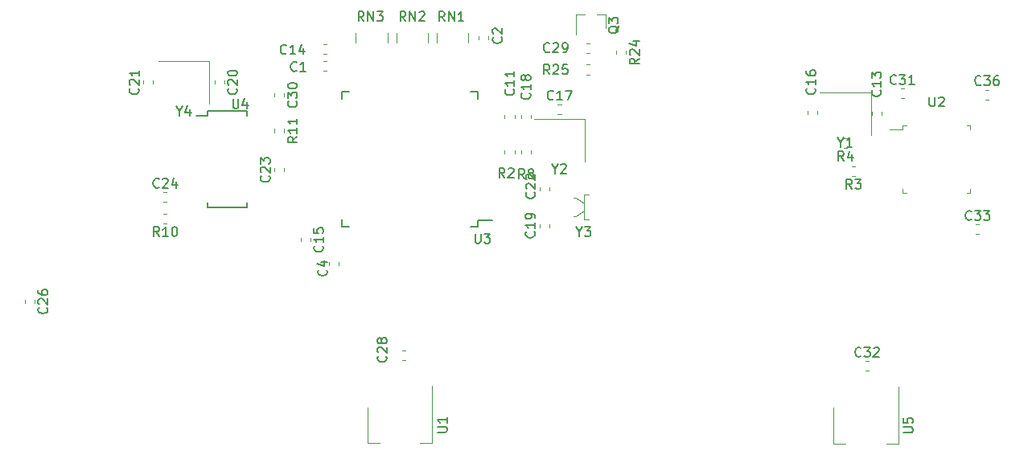
<source format=gbr>
G04 #@! TF.GenerationSoftware,KiCad,Pcbnew,(5.0.1)*
G04 #@! TF.CreationDate,2018-11-29T17:22:57+09:00*
G04 #@! TF.ProjectId,securehid,7365637572656869642E6B696361645F,rev?*
G04 #@! TF.SameCoordinates,Original*
G04 #@! TF.FileFunction,Legend,Top*
G04 #@! TF.FilePolarity,Positive*
%FSLAX46Y46*%
G04 Gerber Fmt 4.6, Leading zero omitted, Abs format (unit mm)*
G04 Created by KiCad (PCBNEW (5.0.1)) date Thu Nov 29 17:22:57 2018*
%MOMM*%
%LPD*%
G01*
G04 APERTURE LIST*
%ADD10C,0.120000*%
%ADD11C,0.150000*%
G04 APERTURE END LIST*
D10*
G04 #@! TO.C,C1*
X74971267Y-70690000D02*
X74628733Y-70690000D01*
X74971267Y-71710000D02*
X74628733Y-71710000D01*
G04 #@! TO.C,C2*
X90990000Y-68421267D02*
X90990000Y-68078733D01*
X92010000Y-68421267D02*
X92010000Y-68078733D01*
G04 #@! TO.C,C4*
X75240000Y-91828733D02*
X75240000Y-92171267D01*
X76260000Y-91828733D02*
X76260000Y-92171267D01*
G04 #@! TO.C,C11*
X94760000Y-76671267D02*
X94760000Y-76328733D01*
X93740000Y-76671267D02*
X93740000Y-76328733D01*
G04 #@! TO.C,C13*
X133410000Y-76371267D02*
X133410000Y-76028733D01*
X132390000Y-76371267D02*
X132390000Y-76028733D01*
G04 #@! TO.C,C14*
X74971267Y-69910000D02*
X74628733Y-69910000D01*
X74971267Y-68890000D02*
X74628733Y-68890000D01*
G04 #@! TO.C,C15*
X72240000Y-89328733D02*
X72240000Y-89671267D01*
X73260000Y-89328733D02*
X73260000Y-89671267D01*
G04 #@! TO.C,C16*
X126610000Y-75928733D02*
X126610000Y-76271267D01*
X125590000Y-75928733D02*
X125590000Y-76271267D01*
G04 #@! TO.C,C17*
X99328733Y-75240000D02*
X99671267Y-75240000D01*
X99328733Y-76260000D02*
X99671267Y-76260000D01*
G04 #@! TO.C,C18*
X95490000Y-76328733D02*
X95490000Y-76671267D01*
X96510000Y-76328733D02*
X96510000Y-76671267D01*
G04 #@! TO.C,C19*
X98410000Y-88171267D02*
X98410000Y-87828733D01*
X97390000Y-88171267D02*
X97390000Y-87828733D01*
G04 #@! TO.C,C20*
X63201221Y-72740795D02*
X63201221Y-73083329D01*
X64221221Y-72740795D02*
X64221221Y-73083329D01*
G04 #@! TO.C,C21*
X55701221Y-73083329D02*
X55701221Y-72740795D01*
X56721221Y-73083329D02*
X56721221Y-72740795D01*
G04 #@! TO.C,C22*
X98410000Y-83928733D02*
X98410000Y-84271267D01*
X97390000Y-83928733D02*
X97390000Y-84271267D01*
G04 #@! TO.C,C23*
X69490000Y-82296267D02*
X69490000Y-81953733D01*
X70510000Y-82296267D02*
X70510000Y-81953733D01*
G04 #@! TO.C,C24*
X57828733Y-85510000D02*
X58171267Y-85510000D01*
X57828733Y-84490000D02*
X58171267Y-84490000D01*
G04 #@! TO.C,C26*
X44260000Y-95828733D02*
X44260000Y-96171267D01*
X43240000Y-95828733D02*
X43240000Y-96171267D01*
G04 #@! TO.C,C28*
X83271267Y-102210000D02*
X82928733Y-102210000D01*
X83271267Y-101190000D02*
X82928733Y-101190000D01*
G04 #@! TO.C,C29*
X102678307Y-69822058D02*
X102335773Y-69822058D01*
X102678307Y-68802058D02*
X102335773Y-68802058D01*
G04 #@! TO.C,Q3*
X104380000Y-65740000D02*
X103450000Y-65740000D01*
X101220000Y-65740000D02*
X102150000Y-65740000D01*
X101220000Y-65740000D02*
X101220000Y-67900000D01*
X104380000Y-65740000D02*
X104380000Y-67200000D01*
G04 #@! TO.C,R2*
X94760000Y-80421267D02*
X94760000Y-80078733D01*
X93740000Y-80421267D02*
X93740000Y-80078733D01*
G04 #@! TO.C,R3*
X130621267Y-81740000D02*
X130278733Y-81740000D01*
X130621267Y-82760000D02*
X130278733Y-82760000D01*
G04 #@! TO.C,R4*
X129771267Y-79810000D02*
X129428733Y-79810000D01*
X129771267Y-78790000D02*
X129428733Y-78790000D01*
G04 #@! TO.C,R8*
X95490000Y-80421267D02*
X95490000Y-80078733D01*
X96510000Y-80421267D02*
X96510000Y-80078733D01*
G04 #@! TO.C,R10*
X58171267Y-87760000D02*
X57828733Y-87760000D01*
X58171267Y-86740000D02*
X57828733Y-86740000D01*
G04 #@! TO.C,R11*
X69490000Y-77828733D02*
X69490000Y-78171267D01*
X70510000Y-77828733D02*
X70510000Y-78171267D01*
G04 #@! TO.C,R24*
X106510000Y-69578733D02*
X106510000Y-69921267D01*
X105490000Y-69578733D02*
X105490000Y-69921267D01*
G04 #@! TO.C,R25*
X102335773Y-71052058D02*
X102678307Y-71052058D01*
X102335773Y-72072058D02*
X102678307Y-72072058D01*
G04 #@! TO.C,RN1*
X86570000Y-68750000D02*
X86570000Y-67750000D01*
X89930000Y-68750000D02*
X89930000Y-67750000D01*
G04 #@! TO.C,RN2*
X85680000Y-68750000D02*
X85680000Y-67750000D01*
X82320000Y-68750000D02*
X82320000Y-67750000D01*
G04 #@! TO.C,RN3*
X78070000Y-68750000D02*
X78070000Y-67750000D01*
X81430000Y-68750000D02*
X81430000Y-67750000D01*
G04 #@! TO.C,U1*
X79290000Y-110910000D02*
X80550000Y-110910000D01*
X86110000Y-110910000D02*
X84850000Y-110910000D01*
X79290000Y-107150000D02*
X79290000Y-110910000D01*
X86110000Y-104900000D02*
X86110000Y-110910000D01*
G04 #@! TO.C,U2*
X142760000Y-77440000D02*
X142760000Y-77860000D01*
X142760000Y-84560000D02*
X142760000Y-84140000D01*
X135640000Y-84560000D02*
X135640000Y-84140000D01*
X135640000Y-77440000D02*
X136060000Y-77440000D01*
X142760000Y-84560000D02*
X142340000Y-84560000D01*
X142760000Y-77440000D02*
X142340000Y-77440000D01*
X135640000Y-77860000D02*
X134260000Y-77860000D01*
X135640000Y-77440000D02*
X135640000Y-77860000D01*
X135640000Y-84560000D02*
X136060000Y-84560000D01*
D11*
G04 #@! TO.C,U3*
X90875000Y-88125000D02*
X90875000Y-87475000D01*
X76625000Y-88125000D02*
X76625000Y-87365000D01*
X76625000Y-73875000D02*
X76625000Y-74635000D01*
X90875000Y-73875000D02*
X90875000Y-74635000D01*
X90875000Y-88125000D02*
X90115000Y-88125000D01*
X90875000Y-73875000D02*
X90115000Y-73875000D01*
X76625000Y-73875000D02*
X77385000Y-73875000D01*
X76625000Y-88125000D02*
X77385000Y-88125000D01*
X90875000Y-87475000D02*
X92400000Y-87475000D01*
G04 #@! TO.C,U4*
X62425000Y-75920000D02*
X62425000Y-76400000D01*
X66575000Y-75920000D02*
X66575000Y-76400000D01*
X66575000Y-86080000D02*
X66575000Y-85600000D01*
X62425000Y-86080000D02*
X62425000Y-85600000D01*
X62425000Y-75920000D02*
X66575000Y-75920000D01*
X62425000Y-86080000D02*
X66575000Y-86080000D01*
X62425000Y-76400000D02*
X61300000Y-76400000D01*
D10*
G04 #@! TO.C,C30*
X70510000Y-74078733D02*
X70510000Y-74421267D01*
X69490000Y-74078733D02*
X69490000Y-74421267D01*
G04 #@! TO.C,C32*
X131703733Y-102290000D02*
X132046267Y-102290000D01*
X131703733Y-103310000D02*
X132046267Y-103310000D01*
G04 #@! TO.C,C33*
X143328733Y-87890000D02*
X143671267Y-87890000D01*
X143328733Y-88910000D02*
X143671267Y-88910000D01*
G04 #@! TO.C,U5*
X128340000Y-110960000D02*
X129600000Y-110960000D01*
X135160000Y-110960000D02*
X133900000Y-110960000D01*
X128340000Y-107200000D02*
X128340000Y-110960000D01*
X135160000Y-104950000D02*
X135160000Y-110960000D01*
G04 #@! TO.C,C31*
X135403733Y-73590000D02*
X135746267Y-73590000D01*
X135403733Y-74610000D02*
X135746267Y-74610000D01*
G04 #@! TO.C,C36*
X144328733Y-73690000D02*
X144671267Y-73690000D01*
X144328733Y-74710000D02*
X144671267Y-74710000D01*
G04 #@! TO.C,Y1*
X132300000Y-78450000D02*
X132300000Y-73950000D01*
X132300000Y-73950000D02*
X126900000Y-73950000D01*
G04 #@! TO.C,Y2*
X102200000Y-81250000D02*
X102200000Y-76750000D01*
X102200000Y-76750000D02*
X96800000Y-76750000D01*
G04 #@! TO.C,Y3*
X102600000Y-87350000D02*
X102100000Y-87350000D01*
X102100000Y-87350000D02*
X102100000Y-84750000D01*
X102100000Y-84750000D02*
X102600000Y-84750000D01*
X102100000Y-86400000D02*
X101200000Y-87000000D01*
X101200000Y-87000000D02*
X101000000Y-87000000D01*
X102100000Y-85700000D02*
X101200000Y-85100000D01*
X101200000Y-85100000D02*
X101000000Y-85100000D01*
G04 #@! TO.C,Y4*
X62661221Y-70662062D02*
X57261221Y-70662062D01*
X62661221Y-75162062D02*
X62661221Y-70662062D01*
G04 #@! TO.C,C1*
D11*
X71833333Y-71657142D02*
X71785714Y-71704761D01*
X71642857Y-71752380D01*
X71547619Y-71752380D01*
X71404761Y-71704761D01*
X71309523Y-71609523D01*
X71261904Y-71514285D01*
X71214285Y-71323809D01*
X71214285Y-71180952D01*
X71261904Y-70990476D01*
X71309523Y-70895238D01*
X71404761Y-70800000D01*
X71547619Y-70752380D01*
X71642857Y-70752380D01*
X71785714Y-70800000D01*
X71833333Y-70847619D01*
X72785714Y-71752380D02*
X72214285Y-71752380D01*
X72500000Y-71752380D02*
X72500000Y-70752380D01*
X72404761Y-70895238D01*
X72309523Y-70990476D01*
X72214285Y-71038095D01*
G04 #@! TO.C,C2*
X93357142Y-68166666D02*
X93404761Y-68214285D01*
X93452380Y-68357142D01*
X93452380Y-68452380D01*
X93404761Y-68595238D01*
X93309523Y-68690476D01*
X93214285Y-68738095D01*
X93023809Y-68785714D01*
X92880952Y-68785714D01*
X92690476Y-68738095D01*
X92595238Y-68690476D01*
X92500000Y-68595238D01*
X92452380Y-68452380D01*
X92452380Y-68357142D01*
X92500000Y-68214285D01*
X92547619Y-68166666D01*
X92547619Y-67785714D02*
X92500000Y-67738095D01*
X92452380Y-67642857D01*
X92452380Y-67404761D01*
X92500000Y-67309523D01*
X92547619Y-67261904D01*
X92642857Y-67214285D01*
X92738095Y-67214285D01*
X92880952Y-67261904D01*
X93452380Y-67833333D01*
X93452380Y-67214285D01*
G04 #@! TO.C,C4*
X74957142Y-92666666D02*
X75004761Y-92714285D01*
X75052380Y-92857142D01*
X75052380Y-92952380D01*
X75004761Y-93095238D01*
X74909523Y-93190476D01*
X74814285Y-93238095D01*
X74623809Y-93285714D01*
X74480952Y-93285714D01*
X74290476Y-93238095D01*
X74195238Y-93190476D01*
X74100000Y-93095238D01*
X74052380Y-92952380D01*
X74052380Y-92857142D01*
X74100000Y-92714285D01*
X74147619Y-92666666D01*
X74385714Y-91809523D02*
X75052380Y-91809523D01*
X74004761Y-92047619D02*
X74719047Y-92285714D01*
X74719047Y-91666666D01*
G04 #@! TO.C,C11*
X94657142Y-73642857D02*
X94704761Y-73690476D01*
X94752380Y-73833333D01*
X94752380Y-73928571D01*
X94704761Y-74071428D01*
X94609523Y-74166666D01*
X94514285Y-74214285D01*
X94323809Y-74261904D01*
X94180952Y-74261904D01*
X93990476Y-74214285D01*
X93895238Y-74166666D01*
X93800000Y-74071428D01*
X93752380Y-73928571D01*
X93752380Y-73833333D01*
X93800000Y-73690476D01*
X93847619Y-73642857D01*
X94752380Y-72690476D02*
X94752380Y-73261904D01*
X94752380Y-72976190D02*
X93752380Y-72976190D01*
X93895238Y-73071428D01*
X93990476Y-73166666D01*
X94038095Y-73261904D01*
X94752380Y-71738095D02*
X94752380Y-72309523D01*
X94752380Y-72023809D02*
X93752380Y-72023809D01*
X93895238Y-72119047D01*
X93990476Y-72214285D01*
X94038095Y-72309523D01*
G04 #@! TO.C,C13*
X133257142Y-73742857D02*
X133304761Y-73790476D01*
X133352380Y-73933333D01*
X133352380Y-74028571D01*
X133304761Y-74171428D01*
X133209523Y-74266666D01*
X133114285Y-74314285D01*
X132923809Y-74361904D01*
X132780952Y-74361904D01*
X132590476Y-74314285D01*
X132495238Y-74266666D01*
X132400000Y-74171428D01*
X132352380Y-74028571D01*
X132352380Y-73933333D01*
X132400000Y-73790476D01*
X132447619Y-73742857D01*
X133352380Y-72790476D02*
X133352380Y-73361904D01*
X133352380Y-73076190D02*
X132352380Y-73076190D01*
X132495238Y-73171428D01*
X132590476Y-73266666D01*
X132638095Y-73361904D01*
X132352380Y-72457142D02*
X132352380Y-71838095D01*
X132733333Y-72171428D01*
X132733333Y-72028571D01*
X132780952Y-71933333D01*
X132828571Y-71885714D01*
X132923809Y-71838095D01*
X133161904Y-71838095D01*
X133257142Y-71885714D01*
X133304761Y-71933333D01*
X133352380Y-72028571D01*
X133352380Y-72314285D01*
X133304761Y-72409523D01*
X133257142Y-72457142D01*
G04 #@! TO.C,C14*
X70757142Y-69857142D02*
X70709523Y-69904761D01*
X70566666Y-69952380D01*
X70471428Y-69952380D01*
X70328571Y-69904761D01*
X70233333Y-69809523D01*
X70185714Y-69714285D01*
X70138095Y-69523809D01*
X70138095Y-69380952D01*
X70185714Y-69190476D01*
X70233333Y-69095238D01*
X70328571Y-69000000D01*
X70471428Y-68952380D01*
X70566666Y-68952380D01*
X70709523Y-69000000D01*
X70757142Y-69047619D01*
X71709523Y-69952380D02*
X71138095Y-69952380D01*
X71423809Y-69952380D02*
X71423809Y-68952380D01*
X71328571Y-69095238D01*
X71233333Y-69190476D01*
X71138095Y-69238095D01*
X72566666Y-69285714D02*
X72566666Y-69952380D01*
X72328571Y-68904761D02*
X72090476Y-69619047D01*
X72709523Y-69619047D01*
G04 #@! TO.C,C15*
X74537142Y-90142857D02*
X74584761Y-90190476D01*
X74632380Y-90333333D01*
X74632380Y-90428571D01*
X74584761Y-90571428D01*
X74489523Y-90666666D01*
X74394285Y-90714285D01*
X74203809Y-90761904D01*
X74060952Y-90761904D01*
X73870476Y-90714285D01*
X73775238Y-90666666D01*
X73680000Y-90571428D01*
X73632380Y-90428571D01*
X73632380Y-90333333D01*
X73680000Y-90190476D01*
X73727619Y-90142857D01*
X74632380Y-89190476D02*
X74632380Y-89761904D01*
X74632380Y-89476190D02*
X73632380Y-89476190D01*
X73775238Y-89571428D01*
X73870476Y-89666666D01*
X73918095Y-89761904D01*
X73632380Y-88285714D02*
X73632380Y-88761904D01*
X74108571Y-88809523D01*
X74060952Y-88761904D01*
X74013333Y-88666666D01*
X74013333Y-88428571D01*
X74060952Y-88333333D01*
X74108571Y-88285714D01*
X74203809Y-88238095D01*
X74441904Y-88238095D01*
X74537142Y-88285714D01*
X74584761Y-88333333D01*
X74632380Y-88428571D01*
X74632380Y-88666666D01*
X74584761Y-88761904D01*
X74537142Y-88809523D01*
G04 #@! TO.C,C16*
X126357142Y-73542857D02*
X126404761Y-73590476D01*
X126452380Y-73733333D01*
X126452380Y-73828571D01*
X126404761Y-73971428D01*
X126309523Y-74066666D01*
X126214285Y-74114285D01*
X126023809Y-74161904D01*
X125880952Y-74161904D01*
X125690476Y-74114285D01*
X125595238Y-74066666D01*
X125500000Y-73971428D01*
X125452380Y-73828571D01*
X125452380Y-73733333D01*
X125500000Y-73590476D01*
X125547619Y-73542857D01*
X126452380Y-72590476D02*
X126452380Y-73161904D01*
X126452380Y-72876190D02*
X125452380Y-72876190D01*
X125595238Y-72971428D01*
X125690476Y-73066666D01*
X125738095Y-73161904D01*
X125452380Y-71733333D02*
X125452380Y-71923809D01*
X125500000Y-72019047D01*
X125547619Y-72066666D01*
X125690476Y-72161904D01*
X125880952Y-72209523D01*
X126261904Y-72209523D01*
X126357142Y-72161904D01*
X126404761Y-72114285D01*
X126452380Y-72019047D01*
X126452380Y-71828571D01*
X126404761Y-71733333D01*
X126357142Y-71685714D01*
X126261904Y-71638095D01*
X126023809Y-71638095D01*
X125928571Y-71685714D01*
X125880952Y-71733333D01*
X125833333Y-71828571D01*
X125833333Y-72019047D01*
X125880952Y-72114285D01*
X125928571Y-72161904D01*
X126023809Y-72209523D01*
G04 #@! TO.C,C17*
X98857142Y-74677142D02*
X98809523Y-74724761D01*
X98666666Y-74772380D01*
X98571428Y-74772380D01*
X98428571Y-74724761D01*
X98333333Y-74629523D01*
X98285714Y-74534285D01*
X98238095Y-74343809D01*
X98238095Y-74200952D01*
X98285714Y-74010476D01*
X98333333Y-73915238D01*
X98428571Y-73820000D01*
X98571428Y-73772380D01*
X98666666Y-73772380D01*
X98809523Y-73820000D01*
X98857142Y-73867619D01*
X99809523Y-74772380D02*
X99238095Y-74772380D01*
X99523809Y-74772380D02*
X99523809Y-73772380D01*
X99428571Y-73915238D01*
X99333333Y-74010476D01*
X99238095Y-74058095D01*
X100142857Y-73772380D02*
X100809523Y-73772380D01*
X100380952Y-74772380D01*
G04 #@! TO.C,C18*
X96357142Y-74042857D02*
X96404761Y-74090476D01*
X96452380Y-74233333D01*
X96452380Y-74328571D01*
X96404761Y-74471428D01*
X96309523Y-74566666D01*
X96214285Y-74614285D01*
X96023809Y-74661904D01*
X95880952Y-74661904D01*
X95690476Y-74614285D01*
X95595238Y-74566666D01*
X95500000Y-74471428D01*
X95452380Y-74328571D01*
X95452380Y-74233333D01*
X95500000Y-74090476D01*
X95547619Y-74042857D01*
X96452380Y-73090476D02*
X96452380Y-73661904D01*
X96452380Y-73376190D02*
X95452380Y-73376190D01*
X95595238Y-73471428D01*
X95690476Y-73566666D01*
X95738095Y-73661904D01*
X95880952Y-72519047D02*
X95833333Y-72614285D01*
X95785714Y-72661904D01*
X95690476Y-72709523D01*
X95642857Y-72709523D01*
X95547619Y-72661904D01*
X95500000Y-72614285D01*
X95452380Y-72519047D01*
X95452380Y-72328571D01*
X95500000Y-72233333D01*
X95547619Y-72185714D01*
X95642857Y-72138095D01*
X95690476Y-72138095D01*
X95785714Y-72185714D01*
X95833333Y-72233333D01*
X95880952Y-72328571D01*
X95880952Y-72519047D01*
X95928571Y-72614285D01*
X95976190Y-72661904D01*
X96071428Y-72709523D01*
X96261904Y-72709523D01*
X96357142Y-72661904D01*
X96404761Y-72614285D01*
X96452380Y-72519047D01*
X96452380Y-72328571D01*
X96404761Y-72233333D01*
X96357142Y-72185714D01*
X96261904Y-72138095D01*
X96071428Y-72138095D01*
X95976190Y-72185714D01*
X95928571Y-72233333D01*
X95880952Y-72328571D01*
G04 #@! TO.C,C19*
X96827142Y-88642857D02*
X96874761Y-88690476D01*
X96922380Y-88833333D01*
X96922380Y-88928571D01*
X96874761Y-89071428D01*
X96779523Y-89166666D01*
X96684285Y-89214285D01*
X96493809Y-89261904D01*
X96350952Y-89261904D01*
X96160476Y-89214285D01*
X96065238Y-89166666D01*
X95970000Y-89071428D01*
X95922380Y-88928571D01*
X95922380Y-88833333D01*
X95970000Y-88690476D01*
X96017619Y-88642857D01*
X96922380Y-87690476D02*
X96922380Y-88261904D01*
X96922380Y-87976190D02*
X95922380Y-87976190D01*
X96065238Y-88071428D01*
X96160476Y-88166666D01*
X96208095Y-88261904D01*
X96922380Y-87214285D02*
X96922380Y-87023809D01*
X96874761Y-86928571D01*
X96827142Y-86880952D01*
X96684285Y-86785714D01*
X96493809Y-86738095D01*
X96112857Y-86738095D01*
X96017619Y-86785714D01*
X95970000Y-86833333D01*
X95922380Y-86928571D01*
X95922380Y-87119047D01*
X95970000Y-87214285D01*
X96017619Y-87261904D01*
X96112857Y-87309523D01*
X96350952Y-87309523D01*
X96446190Y-87261904D01*
X96493809Y-87214285D01*
X96541428Y-87119047D01*
X96541428Y-86928571D01*
X96493809Y-86833333D01*
X96446190Y-86785714D01*
X96350952Y-86738095D01*
G04 #@! TO.C,C20*
X65498363Y-73554919D02*
X65545982Y-73602538D01*
X65593601Y-73745395D01*
X65593601Y-73840633D01*
X65545982Y-73983490D01*
X65450744Y-74078728D01*
X65355506Y-74126347D01*
X65165030Y-74173966D01*
X65022173Y-74173966D01*
X64831697Y-74126347D01*
X64736459Y-74078728D01*
X64641221Y-73983490D01*
X64593601Y-73840633D01*
X64593601Y-73745395D01*
X64641221Y-73602538D01*
X64688840Y-73554919D01*
X64688840Y-73173966D02*
X64641221Y-73126347D01*
X64593601Y-73031109D01*
X64593601Y-72793014D01*
X64641221Y-72697776D01*
X64688840Y-72650157D01*
X64784078Y-72602538D01*
X64879316Y-72602538D01*
X65022173Y-72650157D01*
X65593601Y-73221585D01*
X65593601Y-72602538D01*
X64593601Y-71983490D02*
X64593601Y-71888252D01*
X64641221Y-71793014D01*
X64688840Y-71745395D01*
X64784078Y-71697776D01*
X64974554Y-71650157D01*
X65212649Y-71650157D01*
X65403125Y-71697776D01*
X65498363Y-71745395D01*
X65545982Y-71793014D01*
X65593601Y-71888252D01*
X65593601Y-71983490D01*
X65545982Y-72078728D01*
X65498363Y-72126347D01*
X65403125Y-72173966D01*
X65212649Y-72221585D01*
X64974554Y-72221585D01*
X64784078Y-72173966D01*
X64688840Y-72126347D01*
X64641221Y-72078728D01*
X64593601Y-71983490D01*
G04 #@! TO.C,C21*
X55138363Y-73554919D02*
X55185982Y-73602538D01*
X55233601Y-73745395D01*
X55233601Y-73840633D01*
X55185982Y-73983490D01*
X55090744Y-74078728D01*
X54995506Y-74126347D01*
X54805030Y-74173966D01*
X54662173Y-74173966D01*
X54471697Y-74126347D01*
X54376459Y-74078728D01*
X54281221Y-73983490D01*
X54233601Y-73840633D01*
X54233601Y-73745395D01*
X54281221Y-73602538D01*
X54328840Y-73554919D01*
X54328840Y-73173966D02*
X54281221Y-73126347D01*
X54233601Y-73031109D01*
X54233601Y-72793014D01*
X54281221Y-72697776D01*
X54328840Y-72650157D01*
X54424078Y-72602538D01*
X54519316Y-72602538D01*
X54662173Y-72650157D01*
X55233601Y-73221585D01*
X55233601Y-72602538D01*
X55233601Y-71650157D02*
X55233601Y-72221585D01*
X55233601Y-71935871D02*
X54233601Y-71935871D01*
X54376459Y-72031109D01*
X54471697Y-72126347D01*
X54519316Y-72221585D01*
G04 #@! TO.C,C22*
X96857142Y-84492857D02*
X96904761Y-84540476D01*
X96952380Y-84683333D01*
X96952380Y-84778571D01*
X96904761Y-84921428D01*
X96809523Y-85016666D01*
X96714285Y-85064285D01*
X96523809Y-85111904D01*
X96380952Y-85111904D01*
X96190476Y-85064285D01*
X96095238Y-85016666D01*
X96000000Y-84921428D01*
X95952380Y-84778571D01*
X95952380Y-84683333D01*
X96000000Y-84540476D01*
X96047619Y-84492857D01*
X96047619Y-84111904D02*
X96000000Y-84064285D01*
X95952380Y-83969047D01*
X95952380Y-83730952D01*
X96000000Y-83635714D01*
X96047619Y-83588095D01*
X96142857Y-83540476D01*
X96238095Y-83540476D01*
X96380952Y-83588095D01*
X96952380Y-84159523D01*
X96952380Y-83540476D01*
X96047619Y-83159523D02*
X96000000Y-83111904D01*
X95952380Y-83016666D01*
X95952380Y-82778571D01*
X96000000Y-82683333D01*
X96047619Y-82635714D01*
X96142857Y-82588095D01*
X96238095Y-82588095D01*
X96380952Y-82635714D01*
X96952380Y-83207142D01*
X96952380Y-82588095D01*
G04 #@! TO.C,C23*
X68927142Y-82767857D02*
X68974761Y-82815476D01*
X69022380Y-82958333D01*
X69022380Y-83053571D01*
X68974761Y-83196428D01*
X68879523Y-83291666D01*
X68784285Y-83339285D01*
X68593809Y-83386904D01*
X68450952Y-83386904D01*
X68260476Y-83339285D01*
X68165238Y-83291666D01*
X68070000Y-83196428D01*
X68022380Y-83053571D01*
X68022380Y-82958333D01*
X68070000Y-82815476D01*
X68117619Y-82767857D01*
X68117619Y-82386904D02*
X68070000Y-82339285D01*
X68022380Y-82244047D01*
X68022380Y-82005952D01*
X68070000Y-81910714D01*
X68117619Y-81863095D01*
X68212857Y-81815476D01*
X68308095Y-81815476D01*
X68450952Y-81863095D01*
X69022380Y-82434523D01*
X69022380Y-81815476D01*
X68022380Y-81482142D02*
X68022380Y-80863095D01*
X68403333Y-81196428D01*
X68403333Y-81053571D01*
X68450952Y-80958333D01*
X68498571Y-80910714D01*
X68593809Y-80863095D01*
X68831904Y-80863095D01*
X68927142Y-80910714D01*
X68974761Y-80958333D01*
X69022380Y-81053571D01*
X69022380Y-81339285D01*
X68974761Y-81434523D01*
X68927142Y-81482142D01*
G04 #@! TO.C,C24*
X57357142Y-83927142D02*
X57309523Y-83974761D01*
X57166666Y-84022380D01*
X57071428Y-84022380D01*
X56928571Y-83974761D01*
X56833333Y-83879523D01*
X56785714Y-83784285D01*
X56738095Y-83593809D01*
X56738095Y-83450952D01*
X56785714Y-83260476D01*
X56833333Y-83165238D01*
X56928571Y-83070000D01*
X57071428Y-83022380D01*
X57166666Y-83022380D01*
X57309523Y-83070000D01*
X57357142Y-83117619D01*
X57738095Y-83117619D02*
X57785714Y-83070000D01*
X57880952Y-83022380D01*
X58119047Y-83022380D01*
X58214285Y-83070000D01*
X58261904Y-83117619D01*
X58309523Y-83212857D01*
X58309523Y-83308095D01*
X58261904Y-83450952D01*
X57690476Y-84022380D01*
X58309523Y-84022380D01*
X59166666Y-83355714D02*
X59166666Y-84022380D01*
X58928571Y-82974761D02*
X58690476Y-83689047D01*
X59309523Y-83689047D01*
G04 #@! TO.C,C26*
X45537142Y-96642857D02*
X45584761Y-96690476D01*
X45632380Y-96833333D01*
X45632380Y-96928571D01*
X45584761Y-97071428D01*
X45489523Y-97166666D01*
X45394285Y-97214285D01*
X45203809Y-97261904D01*
X45060952Y-97261904D01*
X44870476Y-97214285D01*
X44775238Y-97166666D01*
X44680000Y-97071428D01*
X44632380Y-96928571D01*
X44632380Y-96833333D01*
X44680000Y-96690476D01*
X44727619Y-96642857D01*
X44727619Y-96261904D02*
X44680000Y-96214285D01*
X44632380Y-96119047D01*
X44632380Y-95880952D01*
X44680000Y-95785714D01*
X44727619Y-95738095D01*
X44822857Y-95690476D01*
X44918095Y-95690476D01*
X45060952Y-95738095D01*
X45632380Y-96309523D01*
X45632380Y-95690476D01*
X44632380Y-94833333D02*
X44632380Y-95023809D01*
X44680000Y-95119047D01*
X44727619Y-95166666D01*
X44870476Y-95261904D01*
X45060952Y-95309523D01*
X45441904Y-95309523D01*
X45537142Y-95261904D01*
X45584761Y-95214285D01*
X45632380Y-95119047D01*
X45632380Y-94928571D01*
X45584761Y-94833333D01*
X45537142Y-94785714D01*
X45441904Y-94738095D01*
X45203809Y-94738095D01*
X45108571Y-94785714D01*
X45060952Y-94833333D01*
X45013333Y-94928571D01*
X45013333Y-95119047D01*
X45060952Y-95214285D01*
X45108571Y-95261904D01*
X45203809Y-95309523D01*
G04 #@! TO.C,C28*
X81227142Y-101742857D02*
X81274761Y-101790476D01*
X81322380Y-101933333D01*
X81322380Y-102028571D01*
X81274761Y-102171428D01*
X81179523Y-102266666D01*
X81084285Y-102314285D01*
X80893809Y-102361904D01*
X80750952Y-102361904D01*
X80560476Y-102314285D01*
X80465238Y-102266666D01*
X80370000Y-102171428D01*
X80322380Y-102028571D01*
X80322380Y-101933333D01*
X80370000Y-101790476D01*
X80417619Y-101742857D01*
X80417619Y-101361904D02*
X80370000Y-101314285D01*
X80322380Y-101219047D01*
X80322380Y-100980952D01*
X80370000Y-100885714D01*
X80417619Y-100838095D01*
X80512857Y-100790476D01*
X80608095Y-100790476D01*
X80750952Y-100838095D01*
X81322380Y-101409523D01*
X81322380Y-100790476D01*
X80750952Y-100219047D02*
X80703333Y-100314285D01*
X80655714Y-100361904D01*
X80560476Y-100409523D01*
X80512857Y-100409523D01*
X80417619Y-100361904D01*
X80370000Y-100314285D01*
X80322380Y-100219047D01*
X80322380Y-100028571D01*
X80370000Y-99933333D01*
X80417619Y-99885714D01*
X80512857Y-99838095D01*
X80560476Y-99838095D01*
X80655714Y-99885714D01*
X80703333Y-99933333D01*
X80750952Y-100028571D01*
X80750952Y-100219047D01*
X80798571Y-100314285D01*
X80846190Y-100361904D01*
X80941428Y-100409523D01*
X81131904Y-100409523D01*
X81227142Y-100361904D01*
X81274761Y-100314285D01*
X81322380Y-100219047D01*
X81322380Y-100028571D01*
X81274761Y-99933333D01*
X81227142Y-99885714D01*
X81131904Y-99838095D01*
X80941428Y-99838095D01*
X80846190Y-99885714D01*
X80798571Y-99933333D01*
X80750952Y-100028571D01*
G04 #@! TO.C,C29*
X98457142Y-69657142D02*
X98409523Y-69704761D01*
X98266666Y-69752380D01*
X98171428Y-69752380D01*
X98028571Y-69704761D01*
X97933333Y-69609523D01*
X97885714Y-69514285D01*
X97838095Y-69323809D01*
X97838095Y-69180952D01*
X97885714Y-68990476D01*
X97933333Y-68895238D01*
X98028571Y-68800000D01*
X98171428Y-68752380D01*
X98266666Y-68752380D01*
X98409523Y-68800000D01*
X98457142Y-68847619D01*
X98838095Y-68847619D02*
X98885714Y-68800000D01*
X98980952Y-68752380D01*
X99219047Y-68752380D01*
X99314285Y-68800000D01*
X99361904Y-68847619D01*
X99409523Y-68942857D01*
X99409523Y-69038095D01*
X99361904Y-69180952D01*
X98790476Y-69752380D01*
X99409523Y-69752380D01*
X99885714Y-69752380D02*
X100076190Y-69752380D01*
X100171428Y-69704761D01*
X100219047Y-69657142D01*
X100314285Y-69514285D01*
X100361904Y-69323809D01*
X100361904Y-68942857D01*
X100314285Y-68847619D01*
X100266666Y-68800000D01*
X100171428Y-68752380D01*
X99980952Y-68752380D01*
X99885714Y-68800000D01*
X99838095Y-68847619D01*
X99790476Y-68942857D01*
X99790476Y-69180952D01*
X99838095Y-69276190D01*
X99885714Y-69323809D01*
X99980952Y-69371428D01*
X100171428Y-69371428D01*
X100266666Y-69323809D01*
X100314285Y-69276190D01*
X100361904Y-69180952D01*
G04 #@! TO.C,Q3*
X105759677Y-66988198D02*
X105712058Y-67083436D01*
X105616819Y-67178674D01*
X105473962Y-67321531D01*
X105426343Y-67416769D01*
X105426343Y-67512007D01*
X105664438Y-67464388D02*
X105616819Y-67559626D01*
X105521581Y-67654864D01*
X105331105Y-67702483D01*
X104997772Y-67702483D01*
X104807296Y-67654864D01*
X104712058Y-67559626D01*
X104664438Y-67464388D01*
X104664438Y-67273912D01*
X104712058Y-67178674D01*
X104807296Y-67083436D01*
X104997772Y-67035817D01*
X105331105Y-67035817D01*
X105521581Y-67083436D01*
X105616819Y-67178674D01*
X105664438Y-67273912D01*
X105664438Y-67464388D01*
X104664438Y-66702483D02*
X104664438Y-66083436D01*
X105045391Y-66416769D01*
X105045391Y-66273912D01*
X105093010Y-66178674D01*
X105140629Y-66131055D01*
X105235867Y-66083436D01*
X105473962Y-66083436D01*
X105569200Y-66131055D01*
X105616819Y-66178674D01*
X105664438Y-66273912D01*
X105664438Y-66559626D01*
X105616819Y-66654864D01*
X105569200Y-66702483D01*
G04 #@! TO.C,R2*
X93733333Y-82952380D02*
X93400000Y-82476190D01*
X93161904Y-82952380D02*
X93161904Y-81952380D01*
X93542857Y-81952380D01*
X93638095Y-82000000D01*
X93685714Y-82047619D01*
X93733333Y-82142857D01*
X93733333Y-82285714D01*
X93685714Y-82380952D01*
X93638095Y-82428571D01*
X93542857Y-82476190D01*
X93161904Y-82476190D01*
X94114285Y-82047619D02*
X94161904Y-82000000D01*
X94257142Y-81952380D01*
X94495238Y-81952380D01*
X94590476Y-82000000D01*
X94638095Y-82047619D01*
X94685714Y-82142857D01*
X94685714Y-82238095D01*
X94638095Y-82380952D01*
X94066666Y-82952380D01*
X94685714Y-82952380D01*
G04 #@! TO.C,R3*
X130283333Y-84132380D02*
X129950000Y-83656190D01*
X129711904Y-84132380D02*
X129711904Y-83132380D01*
X130092857Y-83132380D01*
X130188095Y-83180000D01*
X130235714Y-83227619D01*
X130283333Y-83322857D01*
X130283333Y-83465714D01*
X130235714Y-83560952D01*
X130188095Y-83608571D01*
X130092857Y-83656190D01*
X129711904Y-83656190D01*
X130616666Y-83132380D02*
X131235714Y-83132380D01*
X130902380Y-83513333D01*
X131045238Y-83513333D01*
X131140476Y-83560952D01*
X131188095Y-83608571D01*
X131235714Y-83703809D01*
X131235714Y-83941904D01*
X131188095Y-84037142D01*
X131140476Y-84084761D01*
X131045238Y-84132380D01*
X130759523Y-84132380D01*
X130664285Y-84084761D01*
X130616666Y-84037142D01*
G04 #@! TO.C,R4*
X129433333Y-81182380D02*
X129100000Y-80706190D01*
X128861904Y-81182380D02*
X128861904Y-80182380D01*
X129242857Y-80182380D01*
X129338095Y-80230000D01*
X129385714Y-80277619D01*
X129433333Y-80372857D01*
X129433333Y-80515714D01*
X129385714Y-80610952D01*
X129338095Y-80658571D01*
X129242857Y-80706190D01*
X128861904Y-80706190D01*
X130290476Y-80515714D02*
X130290476Y-81182380D01*
X130052380Y-80134761D02*
X129814285Y-80849047D01*
X130433333Y-80849047D01*
G04 #@! TO.C,R8*
X95833333Y-83052380D02*
X95500000Y-82576190D01*
X95261904Y-83052380D02*
X95261904Y-82052380D01*
X95642857Y-82052380D01*
X95738095Y-82100000D01*
X95785714Y-82147619D01*
X95833333Y-82242857D01*
X95833333Y-82385714D01*
X95785714Y-82480952D01*
X95738095Y-82528571D01*
X95642857Y-82576190D01*
X95261904Y-82576190D01*
X96404761Y-82480952D02*
X96309523Y-82433333D01*
X96261904Y-82385714D01*
X96214285Y-82290476D01*
X96214285Y-82242857D01*
X96261904Y-82147619D01*
X96309523Y-82100000D01*
X96404761Y-82052380D01*
X96595238Y-82052380D01*
X96690476Y-82100000D01*
X96738095Y-82147619D01*
X96785714Y-82242857D01*
X96785714Y-82290476D01*
X96738095Y-82385714D01*
X96690476Y-82433333D01*
X96595238Y-82480952D01*
X96404761Y-82480952D01*
X96309523Y-82528571D01*
X96261904Y-82576190D01*
X96214285Y-82671428D01*
X96214285Y-82861904D01*
X96261904Y-82957142D01*
X96309523Y-83004761D01*
X96404761Y-83052380D01*
X96595238Y-83052380D01*
X96690476Y-83004761D01*
X96738095Y-82957142D01*
X96785714Y-82861904D01*
X96785714Y-82671428D01*
X96738095Y-82576190D01*
X96690476Y-82528571D01*
X96595238Y-82480952D01*
G04 #@! TO.C,R10*
X57357142Y-89132380D02*
X57023809Y-88656190D01*
X56785714Y-89132380D02*
X56785714Y-88132380D01*
X57166666Y-88132380D01*
X57261904Y-88180000D01*
X57309523Y-88227619D01*
X57357142Y-88322857D01*
X57357142Y-88465714D01*
X57309523Y-88560952D01*
X57261904Y-88608571D01*
X57166666Y-88656190D01*
X56785714Y-88656190D01*
X58309523Y-89132380D02*
X57738095Y-89132380D01*
X58023809Y-89132380D02*
X58023809Y-88132380D01*
X57928571Y-88275238D01*
X57833333Y-88370476D01*
X57738095Y-88418095D01*
X58928571Y-88132380D02*
X59023809Y-88132380D01*
X59119047Y-88180000D01*
X59166666Y-88227619D01*
X59214285Y-88322857D01*
X59261904Y-88513333D01*
X59261904Y-88751428D01*
X59214285Y-88941904D01*
X59166666Y-89037142D01*
X59119047Y-89084761D01*
X59023809Y-89132380D01*
X58928571Y-89132380D01*
X58833333Y-89084761D01*
X58785714Y-89037142D01*
X58738095Y-88941904D01*
X58690476Y-88751428D01*
X58690476Y-88513333D01*
X58738095Y-88322857D01*
X58785714Y-88227619D01*
X58833333Y-88180000D01*
X58928571Y-88132380D01*
G04 #@! TO.C,R11*
X71882380Y-78642857D02*
X71406190Y-78976190D01*
X71882380Y-79214285D02*
X70882380Y-79214285D01*
X70882380Y-78833333D01*
X70930000Y-78738095D01*
X70977619Y-78690476D01*
X71072857Y-78642857D01*
X71215714Y-78642857D01*
X71310952Y-78690476D01*
X71358571Y-78738095D01*
X71406190Y-78833333D01*
X71406190Y-79214285D01*
X71882380Y-77690476D02*
X71882380Y-78261904D01*
X71882380Y-77976190D02*
X70882380Y-77976190D01*
X71025238Y-78071428D01*
X71120476Y-78166666D01*
X71168095Y-78261904D01*
X71882380Y-76738095D02*
X71882380Y-77309523D01*
X71882380Y-77023809D02*
X70882380Y-77023809D01*
X71025238Y-77119047D01*
X71120476Y-77214285D01*
X71168095Y-77309523D01*
G04 #@! TO.C,R24*
X107882380Y-70392857D02*
X107406190Y-70726190D01*
X107882380Y-70964285D02*
X106882380Y-70964285D01*
X106882380Y-70583333D01*
X106930000Y-70488095D01*
X106977619Y-70440476D01*
X107072857Y-70392857D01*
X107215714Y-70392857D01*
X107310952Y-70440476D01*
X107358571Y-70488095D01*
X107406190Y-70583333D01*
X107406190Y-70964285D01*
X106977619Y-70011904D02*
X106930000Y-69964285D01*
X106882380Y-69869047D01*
X106882380Y-69630952D01*
X106930000Y-69535714D01*
X106977619Y-69488095D01*
X107072857Y-69440476D01*
X107168095Y-69440476D01*
X107310952Y-69488095D01*
X107882380Y-70059523D01*
X107882380Y-69440476D01*
X107215714Y-68583333D02*
X107882380Y-68583333D01*
X106834761Y-68821428D02*
X107549047Y-69059523D01*
X107549047Y-68440476D01*
G04 #@! TO.C,R25*
X98457142Y-72052380D02*
X98123809Y-71576190D01*
X97885714Y-72052380D02*
X97885714Y-71052380D01*
X98266666Y-71052380D01*
X98361904Y-71100000D01*
X98409523Y-71147619D01*
X98457142Y-71242857D01*
X98457142Y-71385714D01*
X98409523Y-71480952D01*
X98361904Y-71528571D01*
X98266666Y-71576190D01*
X97885714Y-71576190D01*
X98838095Y-71147619D02*
X98885714Y-71100000D01*
X98980952Y-71052380D01*
X99219047Y-71052380D01*
X99314285Y-71100000D01*
X99361904Y-71147619D01*
X99409523Y-71242857D01*
X99409523Y-71338095D01*
X99361904Y-71480952D01*
X98790476Y-72052380D01*
X99409523Y-72052380D01*
X100314285Y-71052380D02*
X99838095Y-71052380D01*
X99790476Y-71528571D01*
X99838095Y-71480952D01*
X99933333Y-71433333D01*
X100171428Y-71433333D01*
X100266666Y-71480952D01*
X100314285Y-71528571D01*
X100361904Y-71623809D01*
X100361904Y-71861904D01*
X100314285Y-71957142D01*
X100266666Y-72004761D01*
X100171428Y-72052380D01*
X99933333Y-72052380D01*
X99838095Y-72004761D01*
X99790476Y-71957142D01*
G04 #@! TO.C,RN1*
X87409523Y-66452380D02*
X87076190Y-65976190D01*
X86838095Y-66452380D02*
X86838095Y-65452380D01*
X87219047Y-65452380D01*
X87314285Y-65500000D01*
X87361904Y-65547619D01*
X87409523Y-65642857D01*
X87409523Y-65785714D01*
X87361904Y-65880952D01*
X87314285Y-65928571D01*
X87219047Y-65976190D01*
X86838095Y-65976190D01*
X87838095Y-66452380D02*
X87838095Y-65452380D01*
X88409523Y-66452380D01*
X88409523Y-65452380D01*
X89409523Y-66452380D02*
X88838095Y-66452380D01*
X89123809Y-66452380D02*
X89123809Y-65452380D01*
X89028571Y-65595238D01*
X88933333Y-65690476D01*
X88838095Y-65738095D01*
G04 #@! TO.C,RN2*
X83309523Y-66452380D02*
X82976190Y-65976190D01*
X82738095Y-66452380D02*
X82738095Y-65452380D01*
X83119047Y-65452380D01*
X83214285Y-65500000D01*
X83261904Y-65547619D01*
X83309523Y-65642857D01*
X83309523Y-65785714D01*
X83261904Y-65880952D01*
X83214285Y-65928571D01*
X83119047Y-65976190D01*
X82738095Y-65976190D01*
X83738095Y-66452380D02*
X83738095Y-65452380D01*
X84309523Y-66452380D01*
X84309523Y-65452380D01*
X84738095Y-65547619D02*
X84785714Y-65500000D01*
X84880952Y-65452380D01*
X85119047Y-65452380D01*
X85214285Y-65500000D01*
X85261904Y-65547619D01*
X85309523Y-65642857D01*
X85309523Y-65738095D01*
X85261904Y-65880952D01*
X84690476Y-66452380D01*
X85309523Y-66452380D01*
G04 #@! TO.C,RN3*
X78909523Y-66452380D02*
X78576190Y-65976190D01*
X78338095Y-66452380D02*
X78338095Y-65452380D01*
X78719047Y-65452380D01*
X78814285Y-65500000D01*
X78861904Y-65547619D01*
X78909523Y-65642857D01*
X78909523Y-65785714D01*
X78861904Y-65880952D01*
X78814285Y-65928571D01*
X78719047Y-65976190D01*
X78338095Y-65976190D01*
X79338095Y-66452380D02*
X79338095Y-65452380D01*
X79909523Y-66452380D01*
X79909523Y-65452380D01*
X80290476Y-65452380D02*
X80909523Y-65452380D01*
X80576190Y-65833333D01*
X80719047Y-65833333D01*
X80814285Y-65880952D01*
X80861904Y-65928571D01*
X80909523Y-66023809D01*
X80909523Y-66261904D01*
X80861904Y-66357142D01*
X80814285Y-66404761D01*
X80719047Y-66452380D01*
X80433333Y-66452380D01*
X80338095Y-66404761D01*
X80290476Y-66357142D01*
G04 #@! TO.C,U1*
X86652380Y-109761904D02*
X87461904Y-109761904D01*
X87557142Y-109714285D01*
X87604761Y-109666666D01*
X87652380Y-109571428D01*
X87652380Y-109380952D01*
X87604761Y-109285714D01*
X87557142Y-109238095D01*
X87461904Y-109190476D01*
X86652380Y-109190476D01*
X87652380Y-108190476D02*
X87652380Y-108761904D01*
X87652380Y-108476190D02*
X86652380Y-108476190D01*
X86795238Y-108571428D01*
X86890476Y-108666666D01*
X86938095Y-108761904D01*
G04 #@! TO.C,U2*
X138438095Y-74452380D02*
X138438095Y-75261904D01*
X138485714Y-75357142D01*
X138533333Y-75404761D01*
X138628571Y-75452380D01*
X138819047Y-75452380D01*
X138914285Y-75404761D01*
X138961904Y-75357142D01*
X139009523Y-75261904D01*
X139009523Y-74452380D01*
X139438095Y-74547619D02*
X139485714Y-74500000D01*
X139580952Y-74452380D01*
X139819047Y-74452380D01*
X139914285Y-74500000D01*
X139961904Y-74547619D01*
X140009523Y-74642857D01*
X140009523Y-74738095D01*
X139961904Y-74880952D01*
X139390476Y-75452380D01*
X140009523Y-75452380D01*
G04 #@! TO.C,U3*
X90638095Y-88852380D02*
X90638095Y-89661904D01*
X90685714Y-89757142D01*
X90733333Y-89804761D01*
X90828571Y-89852380D01*
X91019047Y-89852380D01*
X91114285Y-89804761D01*
X91161904Y-89757142D01*
X91209523Y-89661904D01*
X91209523Y-88852380D01*
X91590476Y-88852380D02*
X92209523Y-88852380D01*
X91876190Y-89233333D01*
X92019047Y-89233333D01*
X92114285Y-89280952D01*
X92161904Y-89328571D01*
X92209523Y-89423809D01*
X92209523Y-89661904D01*
X92161904Y-89757142D01*
X92114285Y-89804761D01*
X92019047Y-89852380D01*
X91733333Y-89852380D01*
X91638095Y-89804761D01*
X91590476Y-89757142D01*
G04 #@! TO.C,U4*
X65138095Y-74652380D02*
X65138095Y-75461904D01*
X65185714Y-75557142D01*
X65233333Y-75604761D01*
X65328571Y-75652380D01*
X65519047Y-75652380D01*
X65614285Y-75604761D01*
X65661904Y-75557142D01*
X65709523Y-75461904D01*
X65709523Y-74652380D01*
X66614285Y-74985714D02*
X66614285Y-75652380D01*
X66376190Y-74604761D02*
X66138095Y-75319047D01*
X66757142Y-75319047D01*
G04 #@! TO.C,C30*
X71787142Y-74892857D02*
X71834761Y-74940476D01*
X71882380Y-75083333D01*
X71882380Y-75178571D01*
X71834761Y-75321428D01*
X71739523Y-75416666D01*
X71644285Y-75464285D01*
X71453809Y-75511904D01*
X71310952Y-75511904D01*
X71120476Y-75464285D01*
X71025238Y-75416666D01*
X70930000Y-75321428D01*
X70882380Y-75178571D01*
X70882380Y-75083333D01*
X70930000Y-74940476D01*
X70977619Y-74892857D01*
X70882380Y-74559523D02*
X70882380Y-73940476D01*
X71263333Y-74273809D01*
X71263333Y-74130952D01*
X71310952Y-74035714D01*
X71358571Y-73988095D01*
X71453809Y-73940476D01*
X71691904Y-73940476D01*
X71787142Y-73988095D01*
X71834761Y-74035714D01*
X71882380Y-74130952D01*
X71882380Y-74416666D01*
X71834761Y-74511904D01*
X71787142Y-74559523D01*
X70882380Y-73321428D02*
X70882380Y-73226190D01*
X70930000Y-73130952D01*
X70977619Y-73083333D01*
X71072857Y-73035714D01*
X71263333Y-72988095D01*
X71501428Y-72988095D01*
X71691904Y-73035714D01*
X71787142Y-73083333D01*
X71834761Y-73130952D01*
X71882380Y-73226190D01*
X71882380Y-73321428D01*
X71834761Y-73416666D01*
X71787142Y-73464285D01*
X71691904Y-73511904D01*
X71501428Y-73559523D01*
X71263333Y-73559523D01*
X71072857Y-73511904D01*
X70977619Y-73464285D01*
X70930000Y-73416666D01*
X70882380Y-73321428D01*
G04 #@! TO.C,C32*
X131232142Y-101727142D02*
X131184523Y-101774761D01*
X131041666Y-101822380D01*
X130946428Y-101822380D01*
X130803571Y-101774761D01*
X130708333Y-101679523D01*
X130660714Y-101584285D01*
X130613095Y-101393809D01*
X130613095Y-101250952D01*
X130660714Y-101060476D01*
X130708333Y-100965238D01*
X130803571Y-100870000D01*
X130946428Y-100822380D01*
X131041666Y-100822380D01*
X131184523Y-100870000D01*
X131232142Y-100917619D01*
X131565476Y-100822380D02*
X132184523Y-100822380D01*
X131851190Y-101203333D01*
X131994047Y-101203333D01*
X132089285Y-101250952D01*
X132136904Y-101298571D01*
X132184523Y-101393809D01*
X132184523Y-101631904D01*
X132136904Y-101727142D01*
X132089285Y-101774761D01*
X131994047Y-101822380D01*
X131708333Y-101822380D01*
X131613095Y-101774761D01*
X131565476Y-101727142D01*
X132565476Y-100917619D02*
X132613095Y-100870000D01*
X132708333Y-100822380D01*
X132946428Y-100822380D01*
X133041666Y-100870000D01*
X133089285Y-100917619D01*
X133136904Y-101012857D01*
X133136904Y-101108095D01*
X133089285Y-101250952D01*
X132517857Y-101822380D01*
X133136904Y-101822380D01*
G04 #@! TO.C,C33*
X142857142Y-87327142D02*
X142809523Y-87374761D01*
X142666666Y-87422380D01*
X142571428Y-87422380D01*
X142428571Y-87374761D01*
X142333333Y-87279523D01*
X142285714Y-87184285D01*
X142238095Y-86993809D01*
X142238095Y-86850952D01*
X142285714Y-86660476D01*
X142333333Y-86565238D01*
X142428571Y-86470000D01*
X142571428Y-86422380D01*
X142666666Y-86422380D01*
X142809523Y-86470000D01*
X142857142Y-86517619D01*
X143190476Y-86422380D02*
X143809523Y-86422380D01*
X143476190Y-86803333D01*
X143619047Y-86803333D01*
X143714285Y-86850952D01*
X143761904Y-86898571D01*
X143809523Y-86993809D01*
X143809523Y-87231904D01*
X143761904Y-87327142D01*
X143714285Y-87374761D01*
X143619047Y-87422380D01*
X143333333Y-87422380D01*
X143238095Y-87374761D01*
X143190476Y-87327142D01*
X144142857Y-86422380D02*
X144761904Y-86422380D01*
X144428571Y-86803333D01*
X144571428Y-86803333D01*
X144666666Y-86850952D01*
X144714285Y-86898571D01*
X144761904Y-86993809D01*
X144761904Y-87231904D01*
X144714285Y-87327142D01*
X144666666Y-87374761D01*
X144571428Y-87422380D01*
X144285714Y-87422380D01*
X144190476Y-87374761D01*
X144142857Y-87327142D01*
G04 #@! TO.C,U5*
X135702380Y-109811904D02*
X136511904Y-109811904D01*
X136607142Y-109764285D01*
X136654761Y-109716666D01*
X136702380Y-109621428D01*
X136702380Y-109430952D01*
X136654761Y-109335714D01*
X136607142Y-109288095D01*
X136511904Y-109240476D01*
X135702380Y-109240476D01*
X135702380Y-108288095D02*
X135702380Y-108764285D01*
X136178571Y-108811904D01*
X136130952Y-108764285D01*
X136083333Y-108669047D01*
X136083333Y-108430952D01*
X136130952Y-108335714D01*
X136178571Y-108288095D01*
X136273809Y-108240476D01*
X136511904Y-108240476D01*
X136607142Y-108288095D01*
X136654761Y-108335714D01*
X136702380Y-108430952D01*
X136702380Y-108669047D01*
X136654761Y-108764285D01*
X136607142Y-108811904D01*
G04 #@! TO.C,C31*
X134932142Y-73027142D02*
X134884523Y-73074761D01*
X134741666Y-73122380D01*
X134646428Y-73122380D01*
X134503571Y-73074761D01*
X134408333Y-72979523D01*
X134360714Y-72884285D01*
X134313095Y-72693809D01*
X134313095Y-72550952D01*
X134360714Y-72360476D01*
X134408333Y-72265238D01*
X134503571Y-72170000D01*
X134646428Y-72122380D01*
X134741666Y-72122380D01*
X134884523Y-72170000D01*
X134932142Y-72217619D01*
X135265476Y-72122380D02*
X135884523Y-72122380D01*
X135551190Y-72503333D01*
X135694047Y-72503333D01*
X135789285Y-72550952D01*
X135836904Y-72598571D01*
X135884523Y-72693809D01*
X135884523Y-72931904D01*
X135836904Y-73027142D01*
X135789285Y-73074761D01*
X135694047Y-73122380D01*
X135408333Y-73122380D01*
X135313095Y-73074761D01*
X135265476Y-73027142D01*
X136836904Y-73122380D02*
X136265476Y-73122380D01*
X136551190Y-73122380D02*
X136551190Y-72122380D01*
X136455952Y-72265238D01*
X136360714Y-72360476D01*
X136265476Y-72408095D01*
G04 #@! TO.C,C36*
X143857142Y-73127142D02*
X143809523Y-73174761D01*
X143666666Y-73222380D01*
X143571428Y-73222380D01*
X143428571Y-73174761D01*
X143333333Y-73079523D01*
X143285714Y-72984285D01*
X143238095Y-72793809D01*
X143238095Y-72650952D01*
X143285714Y-72460476D01*
X143333333Y-72365238D01*
X143428571Y-72270000D01*
X143571428Y-72222380D01*
X143666666Y-72222380D01*
X143809523Y-72270000D01*
X143857142Y-72317619D01*
X144190476Y-72222380D02*
X144809523Y-72222380D01*
X144476190Y-72603333D01*
X144619047Y-72603333D01*
X144714285Y-72650952D01*
X144761904Y-72698571D01*
X144809523Y-72793809D01*
X144809523Y-73031904D01*
X144761904Y-73127142D01*
X144714285Y-73174761D01*
X144619047Y-73222380D01*
X144333333Y-73222380D01*
X144238095Y-73174761D01*
X144190476Y-73127142D01*
X145666666Y-72222380D02*
X145476190Y-72222380D01*
X145380952Y-72270000D01*
X145333333Y-72317619D01*
X145238095Y-72460476D01*
X145190476Y-72650952D01*
X145190476Y-73031904D01*
X145238095Y-73127142D01*
X145285714Y-73174761D01*
X145380952Y-73222380D01*
X145571428Y-73222380D01*
X145666666Y-73174761D01*
X145714285Y-73127142D01*
X145761904Y-73031904D01*
X145761904Y-72793809D01*
X145714285Y-72698571D01*
X145666666Y-72650952D01*
X145571428Y-72603333D01*
X145380952Y-72603333D01*
X145285714Y-72650952D01*
X145238095Y-72698571D01*
X145190476Y-72793809D01*
G04 #@! TO.C,Y1*
X129123809Y-79226190D02*
X129123809Y-79702380D01*
X128790476Y-78702380D02*
X129123809Y-79226190D01*
X129457142Y-78702380D01*
X130314285Y-79702380D02*
X129742857Y-79702380D01*
X130028571Y-79702380D02*
X130028571Y-78702380D01*
X129933333Y-78845238D01*
X129838095Y-78940476D01*
X129742857Y-78988095D01*
G04 #@! TO.C,Y2*
X99023809Y-82026190D02*
X99023809Y-82502380D01*
X98690476Y-81502380D02*
X99023809Y-82026190D01*
X99357142Y-81502380D01*
X99642857Y-81597619D02*
X99690476Y-81550000D01*
X99785714Y-81502380D01*
X100023809Y-81502380D01*
X100119047Y-81550000D01*
X100166666Y-81597619D01*
X100214285Y-81692857D01*
X100214285Y-81788095D01*
X100166666Y-81930952D01*
X99595238Y-82502380D01*
X100214285Y-82502380D01*
G04 #@! TO.C,Y3*
X101573809Y-88646190D02*
X101573809Y-89122380D01*
X101240476Y-88122380D02*
X101573809Y-88646190D01*
X101907142Y-88122380D01*
X102145238Y-88122380D02*
X102764285Y-88122380D01*
X102430952Y-88503333D01*
X102573809Y-88503333D01*
X102669047Y-88550952D01*
X102716666Y-88598571D01*
X102764285Y-88693809D01*
X102764285Y-88931904D01*
X102716666Y-89027142D01*
X102669047Y-89074761D01*
X102573809Y-89122380D01*
X102288095Y-89122380D01*
X102192857Y-89074761D01*
X102145238Y-89027142D01*
G04 #@! TO.C,Y4*
X59485030Y-75938252D02*
X59485030Y-76414442D01*
X59151697Y-75414442D02*
X59485030Y-75938252D01*
X59818363Y-75414442D01*
X60580268Y-75747776D02*
X60580268Y-76414442D01*
X60342173Y-75366823D02*
X60104078Y-76081109D01*
X60723125Y-76081109D01*
G04 #@! TD*
M02*

</source>
